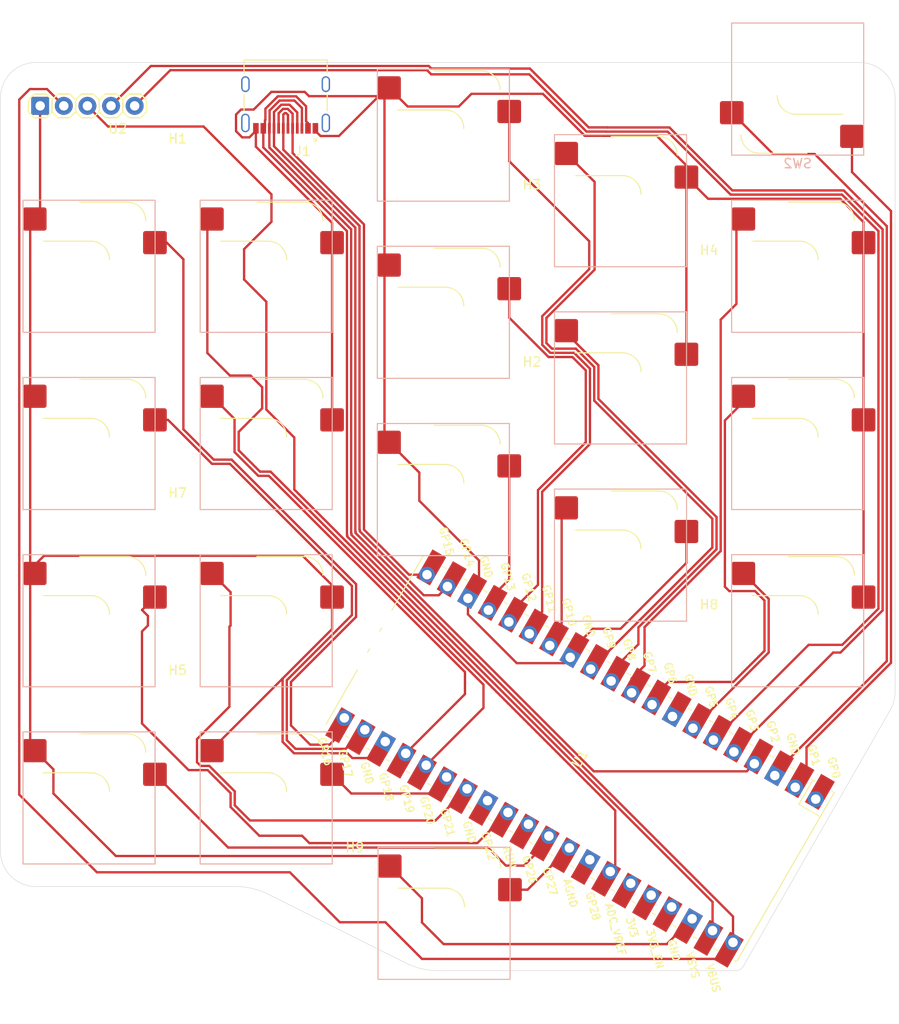
<source format=kicad_pcb>
(kicad_pcb (version 20221018) (generator pcbnew)
  (layers (0 "F.Cu" signal) (31 "B.Cu" signal) (34 "B.Paste" user) (35 "F.Paste" user) (36 "B.SilkS" user "B.Silkscreen") (37 "F.SilkS" user "F.Silkscreen") (38 "B.Mask" user) (39 "F.Mask" user) (44 "Edge.Cuts" user))
  (net 0 "")
  (net 1 "9")
  (net 2 "10")
  (net 3 "11")
  (net 4 "13")
  (net 5 "16")
  (net 6 "17")
  (net 7 "18")
  (net 8 "19")
  (net 9 "20")
  (net 10 "27")
  (net 11 "28")
  (net 12 "21")
  (net 13 "22")
  (net 14 "26")
  (net 15 "GND")
  (net 16 "3v3")
  (net 22 "0")
  (net 23 "1")
  (net 24 "3")
  (net 25 "4")
  (net 26 "6")
  (net 27 "7")
  (net 28 "8")
  (net 29 "2")
  (net 31 "15")
  (net 32 "14")
  (net 33 "12")
  (net 34 "VSYS")
  (net 35 "Net-(J1-SHIELD-PadS1)")
  (net 36 "5")
  (footprint "MCU_RaspberryPi_and_Boards:RPi_Pico_SMD_TH_NO_BACK_HOLES" (layer "F.Cu") (at 164.921947 108.534888 -120)
    (fp_text reference "U1")
    (fp_text value "Pico")
  )
  (footprint "MountingHole:MountingHole_3.2mm_M3" (layer "F.Cu") (at 140.7 122.292944)
    (fp_text reference "H9")
    (fp_text value "MountingHole")
  )
  (footprint "MountingHole:MountingHole_3.2mm_M3" (layer "F.Cu") (at 121.65 84.192944)
    (fp_text reference "H7")
    (fp_text value "MountingHole")
  )
  (footprint "MountingHole:MountingHole_3.2mm_M3" (layer "F.Cu") (at 178.8 58.092944)
    (fp_text reference "H4")
    (fp_text value "MountingHole")
  )
  (footprint "MountingHole:MountingHole_3.2mm_M3" (layer "F.Cu") (at 159.75 70.092944)
    (fp_text reference "H2")
    (fp_text value "MountingHole")
  )
  (footprint "MountingHole:MountingHole_3.2mm_M3" (layer "F.Cu") (at 178.8 96.192944)
    (fp_text reference "H8")
    (fp_text value "MountingHole")
  )
  (footprint "MountingHole:MountingHole_3.2mm_M3" (layer "F.Cu") (at 159.75 51.042944)
    (fp_text reference "H3")
    (fp_text value "MountingHole")
  )
  (footprint "MountingHole:MountingHole_3.2mm_M3" (layer "F.Cu") (at 121.65 46.092944)
    (fp_text reference "H1")
    (fp_text value "MountingHole")
  )
  (footprint "MountingHole:MountingHole_3.2mm_M3" (layer "F.Cu") (at 121.65 103.242944)
    (fp_text reference "H5")
    (fp_text value "MountingHole")
  )
  (footprint "KY-040:KY-040-PORT" (layer "F.Cu") (at 110.68 38.372944 180)
    (fp_text reference "U2")
    (fp_text value "KY-040")
  )
  (footprint "TypeC:HRO_TYPE-C-31-M-12" (layer "F.Cu") (at 133.265 36.04 180)
    (fp_text reference "J1")
    (fp_text value "TYPE-C-31-M-12")
  )
  (footprint "ScottoKeebs_Hotswap:Hotswap_MX_1.00u" (layer "B.Cu") (at 188.325 55.617944 180)
    (fp_text reference "SW3" hide)
    (fp_text value "CherryMX" hide)
  )
  (footprint "ScottoKeebs_Hotswap:Hotswap_MX_1.00u" (layer "B.Cu") (at 188.325 74.667944 180)
    (fp_text reference "SW4" hide)
    (fp_text value "CherryMX" hide)
  )
  (footprint "ScottoKeebs_Hotswap:Hotswap_MX_1.00u" (layer "B.Cu") (at 188.325 93.717944 180)
    (fp_text reference "SW5" hide)
    (fp_text value "CherryMX" hide)
  )
  (footprint "ScottoKeebs_Hotswap:Hotswap_MX_1.00u" (layer "B.Cu") (at 169.275 48.567944 180)
    (fp_text reference "SW6" hide)
    (fp_text value "CherryMX" hide)
  )
  (footprint "ScottoKeebs_Hotswap:Hotswap_MX_1.00u" (layer "B.Cu") (at 169.275 67.617944 180)
    (fp_text reference "SW7" hide)
    (fp_text value "CherryMX" hide)
  )
  (footprint "ScottoKeebs_Hotswap:Hotswap_MX_1.00u" (layer "B.Cu") (at 169.275 86.667944 180)
    (fp_text reference "SW8" hide)
    (fp_text value "CherryMX" hide)
  )
  (footprint "ScottoKeebs_Hotswap:Hotswap_MX_1.00u" (layer "B.Cu") (at 150.225 41.517944 180)
    (fp_text reference "SW9" hide)
    (fp_text value "CherryMX" hide)
  )
  (footprint "ScottoKeebs_Hotswap:Hotswap_MX_1.00u" (layer "B.Cu") (at 150.225 60.567944 180)
    (fp_text reference "SW10" hide)
    (fp_text value "CherryMX" hide)
  )
  (footprint "ScottoKeebs_Hotswap:Hotswap_MX_1.00u" (layer "B.Cu") (at 150.225 79.617944 180)
    (fp_text reference "SW11" hide)
    (fp_text value "CherryMX" hide)
  )
  (footprint "ScottoKeebs_Hotswap:Hotswap_MX_1.00u" (layer "B.Cu") (at 131.175 55.617944 180)
    (fp_text reference "SW13" hide)
    (fp_text value "CherryMX" hide)
  )
  (footprint "ScottoKeebs_Hotswap:Hotswap_MX_1.00u" (layer "B.Cu") (at 131.175 74.667944 180)
    (fp_text reference "SW14" hide)
    (fp_text value "CherryMX" hide)
  )
  (footprint "ScottoKeebs_Hotswap:Hotswap_MX_1.00u" (layer "B.Cu") (at 131.175 93.717944 180)
    (fp_text reference "SW15" hide)
    (fp_text value "CherryMX" hide)
  )
  (footprint "ScottoKeebs_Hotswap:Hotswap_MX_1.00u" (layer "B.Cu") (at 131.175 112.767944 180)
    (fp_text reference "SW16" hide)
    (fp_text value "CherryMX" hide)
  )
  (footprint "ScottoKeebs_Hotswap:Hotswap_MX_1.00u" (layer "B.Cu") (at 112.125 55.617944 180)
    (fp_text reference "SW17" hide)
    (fp_text value "CherryMX" hide)
  )
  (footprint "ScottoKeebs_Hotswap:Hotswap_MX_1.00u" (layer "B.Cu") (at 112.125 74.667944 180)
    (fp_text reference "SW18" hide)
    (fp_text value "CherryMX" hide)
  )
  (footprint "ScottoKeebs_Hotswap:Hotswap_MX_1.00u" (layer "B.Cu") (at 112.125 93.717944 180)
    (fp_text reference "SW19" hide)
    (fp_text value "CherryMX" hide)
  )
  (footprint "ScottoKeebs_Hotswap:Hotswap_MX_1.00u" (layer "B.Cu") (at 112.125 112.767944 180)
    (fp_text reference "SW20" hide)
    (fp_text value "CherryMX" hide)
  )
  (footprint "ScottoKeebs_Hotswap:Hotswap_MX_1.00u" (layer "B.Cu") (at 188.325 36.567944)
    (fp_text reference "SW2")
    (fp_text value "CherryMX")
  )
  (footprint "ScottoKeebs_Hotswap:Hotswap_MX_1.00u" (layer "B.Cu") (at 150.3 125.172944 180)
    (fp_text reference "SW1" hide)
    (fp_text value "CherryMX" hide)
  )
  (gr_arc (start 127.84125 122.292944) (mid 129.804879 122.534678) (end 131.65125 123.245444) (stroke (width 0.05)) (layer "Edge.Cuts"))
  (gr_line (start 102.6 37.520444) (end 102.6 118.482944) (stroke (width 0.05)) (layer "Edge.Cuts"))
  (gr_line (start 198.8025 101.337944) (end 198.8025 37.520444) (stroke (width 0.05)) (layer "Edge.Cuts"))
  (gr_line (start 131.65125 123.245444) (end 145.93875 130.389194) (stroke (width 0.05)) (layer "Edge.Cuts"))
  (gr_arc (start 102.6 37.520444) (mid 103.715923 34.826367) (end 106.41 33.710444) (stroke (width 0.05)) (layer "Edge.Cuts"))
  (gr_arc (start 182.509442 130.815165) (mid 182.158259 131.199439) (end 181.6575 131.341694) (stroke (width 0.05)) (layer "Edge.Cuts"))
  (gr_arc (start 149.74875 131.341694) (mid 147.785121 131.09996) (end 145.93875 130.389194) (stroke (width 0.05)) (layer "Edge.Cuts"))
  (gr_line (start 194.9925 33.710444) (end 106.41 33.710444) (stroke (width 0.05)) (layer "Edge.Cuts"))
  (gr_arc (start 198.8025 101.337944) (mid 198.681633 102.319759) (end 198.32625 103.242944) (stroke (width 0.05)) (layer "Edge.Cuts"))
  (gr_line (start 182.509442 130.815165) (end 198.32625 103.242944) (stroke (width 0.05)) (layer "Edge.Cuts"))
  (gr_arc (start 194.9925 33.710444) (mid 197.686577 34.826367) (end 198.8025 37.520444) (stroke (width 0.05)) (layer "Edge.Cuts"))
  (gr_line (start 181.6575 131.341694) (end 149.74875 131.341694) (stroke (width 0.05)) (layer "Edge.Cuts"))
  (gr_arc (start 106.41 122.292944) (mid 103.715923 121.177021) (end 102.6 118.482944) (stroke (width 0.05)) (layer "Edge.Cuts"))
  (gr_line (start 127.84125 122.292944) (end 106.41 122.292944) (stroke (width 0.05)) (layer "Edge.Cuts"))
  (segment (start 179.15 82.75934) (end 179.15 85.848312) (width 0.25) (layer "F.Cu") (net 1))
  (segment (start 166.49 46.544944) (end 166.49 55.982944) (width 0.25) (layer "F.Cu") (net 1))
  (segment (start 166.45 66.44934) (end 166.45 70.05934) (width 0.25) (layer "F.Cu") (net 1))
  (segment (start 161.31 61.162944) (end 161.31 63.872944) (width 0.25) (layer "F.Cu") (net 1))
  (segment (start 164.473604 64.472944) (end 166.45 66.44934) (width 0.25) (layer "F.Cu") (net 1))
  (segment (start 161.31 63.872944) (end 161.91 64.472944) (width 0.25) (layer "F.Cu") (net 1))
  (segment (start 179.15 85.848312) (end 166.06739 98.930922) (width 0.25) (layer "F.Cu") (net 1))
  (segment (start 163.433 43.487944) (end 166.49 46.544944) (width 0.25) (layer "F.Cu") (net 1))
  (segment (start 166.45 70.05934) (end 179.15 82.75934) (width 0.25) (layer "F.Cu") (net 1))
  (segment (start 166.49 55.982944) (end 161.31 61.162944) (width 0.25) (layer "F.Cu") (net 1))
  (segment (start 161.91 64.472944) (end 164.473604 64.472944) (width 0.25) (layer "F.Cu") (net 1))
  (segment (start 162.945 95.113903) (end 161.667981 96.390922) (width 0.25) (layer "F.Cu") (net 2))
  (segment (start 163.433 81.587944) (end 162.945 82.075944) (width 0.25) (layer "F.Cu") (net 2))
  (segment (start 162.945 82.075944) (end 162.945 95.113903) (width 0.25) (layer "F.Cu") (net 2))
  (segment (start 157.31 44.322944) (end 165.91 52.922944) (width 0.25) (layer "F.Cu") (net 3))
  (segment (start 165.91 52.922944) (end 165.91 55.926548) (width 0.25) (layer "F.Cu") (net 3))
  (segment (start 165.91 55.926548) (end 160.86 60.976548) (width 0.25) (layer "F.Cu") (net 3))
  (segment (start 159.468277 94.134667) (end 159.468277 95.120922) (width 0.25) (layer "F.Cu") (net 3))
  (segment (start 165.99 66.625736) (end 165.99 74.722944) (width 0.25) (layer "F.Cu") (net 3))
  (segment (start 161.723604 64.922944) (end 164.287208 64.922944) (width 0.25) (layer "F.Cu") (net 3))
  (segment (start 160.85 79.862944) (end 160.85 92.752944) (width 0.25) (layer "F.Cu") (net 3))
  (segment (start 164.287208 64.922944) (end 165.99 66.625736) (width 0.25) (layer "F.Cu") (net 3))
  (segment (start 165.99 74.722944) (end 160.85 79.862944) (width 0.25) (layer "F.Cu") (net 3))
  (segment (start 160.85 92.752944) (end 159.468277 94.134667) (width 0.25) (layer "F.Cu") (net 3))
  (segment (start 160.86 64.05934) (end 161.723604 64.922944) (width 0.25) (layer "F.Cu") (net 3))
  (segment (start 157.31 38.977944) (end 157.31 44.322944) (width 0.25) (layer "F.Cu") (net 3))
  (segment (start 160.86 60.976548) (end 160.86 64.05934) (width 0.25) (layer "F.Cu") (net 3))
  (segment (start 157.31 77.077944) (end 157.31 89.272944) (width 0.25) (layer "F.Cu") (net 4))
  (segment (start 157.31 89.272944) (end 155.068868 91.514076) (width 0.25) (layer "F.Cu") (net 4))
  (segment (start 155.068868 91.514076) (end 155.068868 92.580922) (width 0.25) (layer "F.Cu") (net 4))
  (segment (start 140.84 89.786548) (end 140.84 93.305736) (width 0.25) (layer "F.Cu") (net 5))
  (segment (start 139.579754 105.45319) (end 139.579754 104.168854) (width 0.25) (layer "F.Cu") (net 5))
  (segment (start 122.27 54.862944) (end 122.27 73.142944) (width 0.25) (layer "F.Cu") (net 5))
  (segment (start 120.485 53.077944) (end 122.27 54.862944) (width 0.25) (layer "F.Cu") (net 5))
  (segment (start 137.99 107.042944) (end 139.579754 105.45319) (width 0.25) (layer "F.Cu") (net 5))
  (segment (start 119.21 53.077944) (end 120.485 53.077944) (width 0.25) (layer "F.Cu") (net 5))
  (segment (start 122.27 73.142944) (end 125.53 76.402944) (width 0.25) (layer "F.Cu") (net 5))
  (segment (start 133.84 104.975836) (end 135.907108 107.042944) (width 0.25) (layer "F.Cu") (net 5))
  (segment (start 127.456396 76.402944) (end 140.84 89.786548) (width 0.25) (layer "F.Cu") (net 5))
  (segment (start 125.53 76.402944) (end 127.456396 76.402944) (width 0.25) (layer "F.Cu") (net 5))
  (segment (start 140.84 93.305736) (end 133.84 100.305736) (width 0.25) (layer "F.Cu") (net 5))
  (segment (start 135.907108 107.042944) (end 137.99 107.042944) (width 0.25) (layer "F.Cu") (net 5))
  (segment (start 133.84 100.305736) (end 133.84 104.975836) (width 0.25) (layer "F.Cu") (net 5))
  (segment (start 140.39 93.112944) (end 138.71 94.792944) (width 0.25) (layer "F.Cu") (net 6))
  (segment (start 133.39 100.11934) (end 133.39 106.553604) (width 0.25) (layer "F.Cu") (net 6))
  (segment (start 140.39 89.972944) (end 140.39 93.112944) (width 0.25) (layer "F.Cu") (net 6))
  (segment (start 127.27 76.852944) (end 140.39 89.972944) (width 0.25) (layer "F.Cu") (net 6))
  (segment (start 120.618604 72.127944) (end 125.343604 76.852944) (width 0.25) (layer "F.Cu") (net 6))
  (segment (start 139.725369 107.492944) (end 141.779459 105.438854) (width 0.25) (layer "F.Cu") (net 6))
  (segment (start 133.39 106.553604) (end 134.32934 107.492944) (width 0.25) (layer "F.Cu") (net 6))
  (segment (start 125.343604 76.852944) (end 127.27 76.852944) (width 0.25) (layer "F.Cu") (net 6))
  (segment (start 138.71 94.79934) (end 133.39 100.11934) (width 0.25) (layer "F.Cu") (net 6))
  (segment (start 119.21 72.127944) (end 120.618604 72.127944) (width 0.25) (layer "F.Cu") (net 6))
  (segment (start 134.32934 107.492944) (end 139.725369 107.492944) (width 0.25) (layer "F.Cu") (net 6))
  (segment (start 138.71 94.792944) (end 138.71 94.79934) (width 0.25) (layer "F.Cu") (net 6))
  (segment (start 127.77 72.024944) (end 125.333 69.587944) (width 0.25) (layer "F.Cu") (net 7))
  (segment (start 146.178868 107.978854) (end 152.55 101.607722) (width 0.25) (layer "F.Cu") (net 7))
  (segment (start 130.323604 78.142944) (end 127.77 75.58934) (width 0.25) (layer "F.Cu") (net 7))
  (segment (start 152.55 99.237803) (end 131.455141 78.142944) (width 0.25) (layer "F.Cu") (net 7))
  (segment (start 127.77 75.58934) (end 127.77 72.024944) (width 0.25) (layer "F.Cu") (net 7))
  (segment (start 131.455141 78.142944) (end 130.323604 78.142944) (width 0.25) (layer "F.Cu") (net 7))
  (segment (start 152.55 101.607722) (end 152.55 99.237803) (width 0.25) (layer "F.Cu") (net 7))
  (segment (start 130.74 68.612944) (end 130.74 70.89) (width 0.25) (layer "F.Cu") (net 8))
  (segment (start 124.845 51.025944) (end 124.845 64.937944) (width 0.25) (layer "F.Cu") (net 8))
  (segment (start 131.641537 77.692944) (end 154.54 100.591407) (width 0.25) (layer "F.Cu") (net 8))
  (segment (start 125.333 50.537944) (end 124.845 51.025944) (width 0.25) (layer "F.Cu") (net 8))
  (segment (start 124.845 64.937944) (end 127.27 67.362944) (width 0.25) (layer "F.Cu") (net 8))
  (segment (start 129.49 67.362944) (end 130.74 68.612944) (width 0.25) (layer "F.Cu") (net 8))
  (segment (start 128.22 75.402944) (end 130.51 77.692944) (width 0.25) (layer "F.Cu") (net 8))
  (segment (start 154.54 100.591407) (end 154.54 103.087426) (width 0.25) (layer "F.Cu") (net 8))
  (segment (start 154.54 103.087426) (end 148.378572 109.248854) (width 0.25) (layer "F.Cu") (net 8))
  (segment (start 130.74 70.89) (end 128.22 73.41) (width 0.25) (layer "F.Cu") (net 8))
  (segment (start 127.27 67.362944) (end 129.49 67.362944) (width 0.25) (layer "F.Cu") (net 8))
  (segment (start 130.51 77.692944) (end 131.641537 77.692944) (width 0.25) (layer "F.Cu") (net 8))
  (segment (start 128.22 73.41) (end 128.22 75.402944) (width 0.25) (layer "F.Cu") (net 8))
  (segment (start 148.80331 112.293821) (end 150.578277 110.518854) (width 0.25) (layer "F.Cu") (net 9))
  (segment (start 138.26 110.227944) (end 140.325877 112.293821) (width 0.25) (layer "F.Cu") (net 9))
  (segment (start 140.325877 112.293821) (end 148.80331 112.293821) (width 0.25) (layer "F.Cu") (net 9))
  (segment (start 159.282414 122.632944) (end 163.776504 118.138854) (width 0.25) (layer "F.Cu") (net 10))
  (segment (start 157.385 122.632944) (end 159.282414 122.632944) (width 0.25) (layer "F.Cu") (net 10))
  (segment (start 134.197994 74.027944) (end 131.19 71.01995) (width 0.25) (layer "F.Cu") (net 11))
  (segment (start 134.197994 79.613005) (end 134.197994 74.027944) (width 0.25) (layer "F.Cu") (net 11))
  (segment (start 114.17 40.592944) (end 111.95 38.372944) (width 0.25) (layer "F.Cu") (net 11))
  (segment (start 168.175913 120.678854) (end 168.71 120.144767) (width 0.25) (layer "F.Cu") (net 11))
  (segment (start 168.71 114.125011) (end 134.197994 79.613005) (width 0.25) (layer "F.Cu") (net 11))
  (segment (start 131.74 50.832944) (end 131.74 47.892944) (width 0.25) (layer "F.Cu") (net 11))
  (segment (start 131.74 47.892944) (end 124.44 40.592944) (width 0.25) (layer "F.Cu") (net 11))
  (segment (start 131.19 71.01995) (end 131.19 59.432944) (width 0.25) (layer "F.Cu") (net 11))
  (segment (start 128.8 57.042944) (end 128.8 53.772944) (width 0.25) (layer "F.Cu") (net 11))
  (segment (start 124.44 40.592944) (end 114.17 40.592944) (width 0.25) (layer "F.Cu") (net 11))
  (segment (start 168.71 120.144767) (end 168.71 114.125011) (width 0.25) (layer "F.Cu") (net 11))
  (segment (start 131.19 59.432944) (end 128.8 57.042944) (width 0.25) (layer "F.Cu") (net 11))
  (segment (start 128.8 53.772944) (end 131.74 50.832944) (width 0.25) (layer "F.Cu") (net 11))
  (segment (start 127.22 94.360711) (end 127.22 102.955844) (width 0.25) (layer "F.Cu") (net 12))
  (segment (start 125.333 88.637944) (end 127.345 90.649944) (width 0.25) (layer "F.Cu") (net 12))
  (segment (start 127.345 90.649944) (end 127.345 94.235711) (width 0.25) (layer "F.Cu") (net 12))
  (segment (start 123.733 108.933044) (end 124.1279 109.327944) (width 0.25) (layer "F.Cu") (net 12))
  (segment (start 125.059163 109.327944) (end 127.795 112.063781) (width 0.25) (layer "F.Cu") (net 12))
  (segment (start 149.373891 115.192944) (end 152.777981 111.788854) (width 0.25) (layer "F.Cu") (net 12))
  (segment (start 123.733 106.442844) (end 123.733 108.933044) (width 0.25) (layer "F.Cu") (net 12))
  (segment (start 127.795 112.063781) (end 127.795 113.555152) (width 0.25) (layer "F.Cu") (net 12))
  (segment (start 127.795 113.555152) (end 129.432792 115.192944) (width 0.25) (layer "F.Cu") (net 12))
  (segment (start 127.345 94.235711) (end 127.22 94.360711) (width 0.25) (layer "F.Cu") (net 12))
  (segment (start 129.432792 115.192944) (end 149.373891 115.192944) (width 0.25) (layer "F.Cu") (net 12))
  (segment (start 124.1279 109.327944) (end 125.059163 109.327944) (width 0.25) (layer "F.Cu") (net 12))
  (segment (start 127.22 102.955844) (end 123.733 106.442844) (width 0.25) (layer "F.Cu") (net 12))
  (segment (start 122.831396 109.777944) (end 117.82 104.766548) (width 0.25) (layer "F.Cu") (net 13))
  (segment (start 118.455 94.235711) (end 118.455 93.200177) (width 0.25) (layer "F.Cu") (net 13))
  (segment (start 117.821384 92.56656) (end 119.21 91.177944) (width 0.25) (layer "F.Cu") (net 13))
  (segment (start 130.436396 116.832944) (end 127.345 113.741548) (width 0.25) (layer "F.Cu") (net 13))
  (segment (start 153.8833 117.622944) (end 135.816396 117.622944) (width 0.25) (layer "F.Cu") (net 13))
  (segment (start 135.816396 117.622944) (end 135.026396 116.832944) (width 0.25) (layer "F.Cu") (net 13))
  (segment (start 127.345 112.250177) (end 124.872767 109.777944) (width 0.25) (layer "F.Cu") (net 13))
  (segment (start 118.455 93.200177) (end 117.821384 92.56656) (width 0.25) (layer "F.Cu") (net 13))
  (segment (start 124.872767 109.777944) (end 122.831396 109.777944) (width 0.25) (layer "F.Cu") (net 13))
  (segment (start 135.026396 116.832944) (end 130.436396 116.832944) (width 0.25) (layer "F.Cu") (net 13))
  (segment (start 117.82 104.766548) (end 117.82 94.870711) (width 0.25) (layer "F.Cu") (net 13))
  (segment (start 127.345 113.741548) (end 127.345 112.250177) (width 0.25) (layer "F.Cu") (net 13))
  (segment (start 157.17739 114.328854) (end 153.8833 117.622944) (width 0.25) (layer "F.Cu") (net 13))
  (segment (start 117.82 94.870711) (end 118.455 94.235711) (width 0.25) (layer "F.Cu") (net 13))
  (segment (start 161.576799 117.366145) (end 161.576799 116.868854) (width 0.25) (layer "F.Cu") (net 14))
  (segment (start 119.21 110.227944) (end 127.085 118.102944) (width 0.25) (layer "F.Cu") (net 14))
  (segment (start 158.9 120.042944) (end 161.576799 117.366145) (width 0.25) (layer "F.Cu") (net 14))
  (segment (start 155.01 118.102944) (end 156.95 120.042944) (width 0.25) (layer "F.Cu") (net 14))
  (segment (start 156.95 120.042944) (end 158.9 120.042944) (width 0.25) (layer "F.Cu") (net 14))
  (segment (start 127.085 118.102944) (end 155.01 118.102944) (width 0.25) (layer "F.Cu") (net 14))
  (segment (start 144.383 55.487944) (end 143.895 55.975944) (width 0.25) (layer "F.Cu") (net 15))
  (segment (start 151.882994 38.442944) (end 146.388 38.442944) (width 0.25) (layer "F.Cu") (net 15))
  (segment (start 107.285 86.737944) (end 106.283 87.739944) (width 0.25) (layer "F.Cu") (net 15))
  (segment (start 144.383 74.537944) (end 147.64 77.794944) (width 0.25) (layer "F.Cu") (net 15))
  (segment (start 178.695 48.362944) (end 176.36 46.027944) (width 0.25) (layer "F.Cu") (net 15))
  (segment (start 150.251243 128.482944) (end 174.250641 128.482944) (width 0.25) (layer "F.Cu") (net 15))
  (segment (start 143.895 36.925944) (end 144.383 36.437944) (width 0.25) (layer "F.Cu") (net 15))
  (segment (start 173.175 41.592944) (end 167.527006 41.592944) (width 0.25) (layer "F.Cu") (net 15))
  (segment (start 147.925 126.156701) (end 150.251243 128.482944) (width 0.25) (layer "F.Cu") (net 15))
  (segment (start 139 41.61) (end 144.172056 36.437944) (width 0.25) (layer "F.Cu") (net 15))
  (segment (start 195.41 53.077944) (end 195.41 50.872944) (width 0.25) (layer "F.Cu") (net 15))
  (segment (start 140.433717 108.483821) (end 142.204196 108.483821) (width 0.25) (layer "F.Cu") (net 15))
  (segment (start 130.065 40.79) (end 130.065 41.06) (width 0.25) (layer "F.Cu") (net 15))
  (segment (start 127.93 39.31) (end 128.47 38.77) (width 0.25) (layer "F.Cu") (net 15))
  (segment (start 167.527006 41.592944) (end 167.522006 41.587944) (width 0.25) (layer "F.Cu") (net 15))
  (segment (start 106.86 49.960944) (end 106.283 50.537944) (width 0.25) (layer "F.Cu") (net 15))
  (segment (start 138.26 53.077944) (end 138.26 72.127944) (width 0.25) (layer "F.Cu") (net 15))
  (segment (start 197.91 98.060792) (end 185.864731 110.106061) (width 0.25) (layer "F.Cu") (net 15))
  (segment (start 136.465 40.79) (end 136.465 41.06) (width 0.25) (layer "F.Cu") (net 15))
  (segment (start 106.283 107.687944) (end 105.795 107.199944) (width 0.25) (layer "F.Cu") (net 15))
  (segment (start 138.26 89.902944) (end 135.095 86.737944) (width 0.25) (layer "F.Cu") (net 15))
  (segment (start 185.864731 110.106061) (end 185.864731 110.360922) (width 0.25) (layer "F.Cu") (net 15))
  (segment (start 158.120221 98.283165) (end 163.245443 98.283165) (width 0.25) (layer "F.Cu") (net 15))
  (segment (start 135.782944 37.332944) (end 143.488 37.332944) (width 0.25) (layer "F.Cu") (net 15))
  (segment (start 139.92284 107.972944) (end 140.433717 108.483821) (width 0.25) (layer "F.Cu") (net 15))
  (segment (start 138.26 94.612944) (end 132.94 99.932944) (width 0.25) (layer "F.Cu") (net 15))
  (segment (start 147.925 123.559944) (end 147.925 126.156701) (width 0.25) (layer "F.Cu") (net 15))
  (segment (start 176.36 87.502944) (end 169.28 94.582944) (width 0.25) (layer "F.Cu") (net 15))
  (segment (start 143.488 37.332944) (end 144.383 36.437944) (width 0.25) (layer "F.Cu") (net 15))
  (segment (start 135.32 36.87) (end 135.782944 37.332944) (width 0.25) (layer "F.Cu") (net 15))
  (segment (start 105.795 70.075944) (end 105.795 88.149944) (width 0.25) (layer "F.Cu") (net 15))
  (segment (start 134.172944 107.972944) (end 139.92284 107.972944) (width 0.25) (layer "F.Cu") (net 15))
  (segment (start 176.36 44.777944) (end 173.175 41.592944) (width 0.25) (layer "F.Cu") (net 15))
  (segment (start 106.283 69.587944) (end 105.795 70.075944) (width 0.25) (layer "F.Cu") (net 15))
  (segment (start 195.41 91.177944) (end 195.41 72.127944) (width 0.25) (layer "F.Cu") (net 15))
  (segment (start 147.64 80.822944) (end 154.06 87.242944) (width 0.25) (layer "F.Cu") (net 15))
  (segment (start 115.011243 119.012944) (end 108.295 112.296701) (width 0.25) (layer "F.Cu") (net 15))
  (segment (start 160.922208 37.077944) (end 153.247994 37.077944) (width 0.25) (layer "F.Cu") (net 15))
  (segment (start 165.942994 41.592944) (end 165.487208 41.592944) (width 0.25) (layer "F.Cu") (net 15))
  (segment (start 105.795 89.125944) (end 106.283 88.637944) (width 0.25) (layer "F.Cu") (net 15))
  (segment (start 129.365 41.76) (end 128.597056 41.76) (width 0.25) (layer "F.Cu") (net 15))
  (segment (start 176.36 46.027944) (end 176.36 65.077944) (width 0.25) (layer "F.Cu") (net 15))
  (segment (start 143.378 119.012944) (end 115.011243 119.012944) (width 0.25) (layer "F.Cu") (net 15))
  (segment (start 128.597056 41.76) (end 127.93 41.092944) (width 0.25) (layer "F.Cu") (net 15))
  (segment (start 144.458 120.092944) (end 143.378 119.012944) (width 0.25) (layer "F.Cu") (net 15))
  (segment (start 197.91 51.30411) (end 197.91 98.060792) (width 0.25) (layer "F.Cu") (net 15))
  (segment (start 192.9 48.362944) (end 178.695 48.362944) (width 0.25) (layer "F.Cu") (net 15))
  (segment (start 132.94 99.932944) (end 132.94 106.74) (width 0.25) (layer "F.Cu") (net 15))
  (segment (start 142.204196 108.483821) (end 143.979163 106.708854) (width 0.25) (layer "F.Cu") (net 15))
  (segment (start 181.24 39.107944) (end 185.68 43.547944) (width 0.25) (layer "F.Cu") (net 15))
  (segment (start 105.795 51.025944) (end 105.795 69.099944) (width 0.25) (layer "F.Cu") (net 15))
  (segment (start 176.36 46.027944) (end 176.36 44.777944) (width 0.25) (layer "F.Cu") (net 15))
  (segment (start 165.947994 41.587944) (end 165.942994 41.592944) (width 0.25) (layer "F.Cu") (net 15))
  (segment (start 130.065 42.757944) (end 130.065 40.79) (width 0.25) (layer "F.Cu") (net 15))
  (segment (start 106.283 87.739944) (end 106.283 88.637944) (width 0.25) (layer "F.Cu") (net 15))
  (segment (start 131.73 36.87) (end 135.32 36.87) (width 0.25) (layer "F.Cu") (net 15))
  (segment (start 144.383 55.487944) (end 143.895 54.999944) (width 0.25) (layer "F.Cu") (net 15))
  (segment (start 152.869163 93.032107) (end 158.120221 98.283165) (width 0.25) (layer "F.Cu") (net 15))
  (segment (start 136.465 41.06) (end 137.015 41.61) (width 0.25) (layer "F.Cu") (net 15))
  (segment (start 105.795 107.199944) (end 105.795 89.125944) (width 0.25) (layer "F.Cu") (net 15))
  (segment (start 105.795 69.099944) (end 106.283 69.587944) (width 0.25) (layer "F.Cu") (net 15))
  (segment (start 190.153834 43.547944) (end 197.91 51.30411) (width 0.25) (layer "F.Cu") (net 15))
  (segment (start 125.333 107.687944) (end 125.333 107.539944) (width 0.25) (layer "F.Cu") (net 15))
  (segment (start 154.06 90.120085) (end 152.869163 91.310922) (width 0.25) (layer "F.Cu") (net 15))
  (segment (start 167.522006 41.587944) (end 165.947994 41.587944) (width 0.25) (layer "F.Cu") (net 15))
  (segment (start 185.68 43.547944) (end 190.153834 43.547944) (width 0.25) (layer "F.Cu") (net 15))
  (segment (start 153.247994 37.077944) (end 151.882994 38.442944) (width 0.25) (layer "F.Cu") (net 15))
  (segment (start 143.895 55.975944) (end 143.895 74.049944) (width 0.25) (layer "F.Cu") (net 15))
  (segment (start 144.172056 36.437944) (end 144.383 36.437944) (width 0.25) (layer "F.Cu") (net 15))
  (segment (start 169.28 94.582944) (end 166.3 94.582944) (width 0.25) (layer "F.Cu") (net 15))
  (segment (start 125.333 107.539944) (end 132.94 99.932944) (width 0.25) (layer "F.Cu") (net 15))
  (segment (start 127.93 41.092944) (end 127.93 39.31) (width 0.25) (layer "F.Cu") (net 15))
  (segment (start 176.36 84.127944) (end 176.36 87.502944) (width 0.25) (layer "F.Cu") (net 15))
  (segment (start 147.64 77.794944) (end 147.64 80.822944) (width 0.25) (layer "F.Cu") (net 15))
  (segment (start 108.295 112.296701) (end 108.295 109.699944) (width 0.25) (layer "F.Cu") (net 15))
  (segment (start 143.895 74.049944) (end 144.383 74.537944) (width 0.25) (layer "F.Cu") (net 15))
  (segment (start 128.47 38.77) (end 129.83 38.77) (width 0.25) (layer "F.Cu") (net 15))
  (segment (start 166.3 94.582944) (end 163.867686 97.015258) (width 0.25) (layer "F.Cu") (net 15))
  (segment (start 165.432208 41.587944) (end 160.922208 37.077944) (width 0.25) (layer "F.Cu") (net 15))
  (segment (start 106.283 50.537944) (end 105.795 51.025944) (width 0.25) (layer "F.Cu") (net 15))
  (segment (start 146.388 38.442944) (end 144.383 36.437944) (width 0.25) (layer "F.Cu") (net 15))
  (segment (start 138.26 91.177944) (end 138.26 89.902944) (width 0.25) (layer "F.Cu") (net 15))
  (segment (start 174.250641 128.482944) (end 176.974731 125.758854) (width 0.25) (layer "F.Cu") (net 15))
  (segment (start 137.015 41.61) (end 139 41.61) (width 0.25) (layer "F.Cu") (net 15))
  (segment (start 138.26 53.077944) (end 138.26 50.952944) (width 0.25) (layer "F.Cu") (net 15))
  (segment (start 132.94 106.74) (end 134.172944 107.972944) (width 0.25) (layer "F.Cu") (net 15))
  (segment (start 152.869163 91.310922) (end 152.869163 93.032107) (width 0.25) (layer "F.Cu") (net 15))
  (segment (start 165.482208 41.587944) (end 165.432208 41.587944) (width 0.25) (layer "F.Cu") (net 15))
  (segment (start 138.26 91.177944) (end 138.26 94.612944) (width 0.25) (layer "F.Cu") (net 15))
  (segment (start 106.87 38.372944) (end 106.86 38.382944) (width 0.25) (layer "F.Cu") (net 15))
  (segment (start 165.487208 41.592944) (end 165.482208 41.587944) (width 0.25) (layer "F.Cu") (net 15))
  (segment (start 163.245443 98.283165) (end 163.867686 97.660922) (width 0.25) (layer "F.Cu") (net 15))
  (segment (start 154.06 87.242944) (end 154.06 90.120085) (width 0.25) (layer "F.Cu") (net 15))
  (segment (start 195.41 50.872944) (end 192.9 48.362944) (width 0.25) (layer "F.Cu") (net 15))
  (segment (start 108.295 109.699944) (end 106.283 107.687944) (width 0.25) (layer "F.Cu") (net 15))
  (segment (start 163.867686 97.015258) (end 163.867686 97.660922) (width 0.25) (layer "F.Cu") (net 15))
  (segment (start 143.895 54.999944) (end 143.895 36.925944) (width 0.25) (layer "F.Cu") (net 15))
  (segment (start 144.458 120.092944) (end 147.925 123.559944) (width 0.25) (layer "F.Cu") (net 15))
  (segment (start 130.065 41.06) (end 129.365 41.76) (width 0.25) (layer "F.Cu") (net 15))
  (segment (start 105.795 88.149944) (end 106.283 88.637944) (width 0.25) (layer "F.Cu") (net 15))
  (segment (start 129.83 38.77) (end 131.73 36.87) (width 0.25) (layer "F.Cu") (net 15))
  (segment (start 195.41 72.127944) (end 195.41 53.077944) (width 0.25) (layer "F.Cu") (net 15))
  (segment (start 106.86 38.382944) (end 106.86 49.960944) (width 0.25) (layer "F.Cu") (net 15))
  (segment (start 138.26 50.952944) (end 130.065 42.757944) (width 0.25) (layer "F.Cu") (net 15))
  (segment (start 135.095 86.737944) (end 107.285 86.737944) (width 0.25) (layer "F.Cu") (net 15))
  (segment (start 140.31 51.646448) (end 131.515 42.851448) (width 0.25) (layer "F.Cu") (net 16))
  (segment (start 140.34 84.482219) (end 140.34 84.32736) (width 0.25) (layer "F.Cu") (net 16))
  (segment (start 105.755 36.567944) (end 104.62 37.702944) (width 0.25) (layer "F.Cu") (net 16))
  (segment (start 131.515 42.851448) (end 131.515 40.79) (width 0.25) (layer "F.Cu") (net 16))
  (segment (start 140.34 84.32736) (end 140.31 84.29736) (width 0.25) (layer "F.Cu") (net 16))
  (segment (start 135.015 38.605812) (end 135.015 40.79) (width 0.25) (layer "F.Cu") (net 16))
  (segment (start 133.72 120.762944) (end 139.09 126.132944) (width 0.25) (layer "F.Cu") (net 16))
  (segment (start 109.41 38.372944) (end 107.605 36.567944) (width 0.25) (layer "F.Cu") (net 16))
  (segment (start 131.54 38.870812) (end 132.610812 37.8) (width 0.25) (layer "F.Cu") (net 16))
  (segment (start 104.62 112.412944) (end 112.97 120.762944) (width 0.25) (layer "F.Cu") (net 16))
  (segment (start 131.515 40.79) (end 131.54 40.765) (width 0.25) (layer "F.Cu") (net 16))
  (segment (start 112.97 120.762944) (end 133.72 120.762944) (width 0.25) (layer "F.Cu") (net 16))
  (segment (start 139.09 126.132944) (end 143.99 126.132944) (width 0.25) (layer "F.Cu") (net 16))
  (segment (start 140.31 84.29736) (end 140.31 51.646448) (width 0.25) (layer "F.Cu") (net 16))
  (segment (start 143.99 126.132944) (end 147.930877 130.073821) (width 0.25) (layer "F.Cu") (net 16))
  (segment (start 181.37414 125.516359) (end 140.34 84.482219) (width 0.25) (layer "F.Cu") (net 16))
  (segment (start 181.37414 128.298854) (end 181.37414 125.516359) (width 0.25) (layer "F.Cu") (net 16))
  (segment (start 104.62 37.702944) (end 104.62 112.412944) (width 0.25) (layer "F.Cu") (net 16))
  (segment (start 132.610812 37.8) (end 134.209188 37.8) (width 0.25) (layer "F.Cu") (net 16))
  (segment (start 134.209188 37.8) (end 135.015 38.605812) (width 0.25) (layer "F.Cu") (net 16))
  (segment (start 107.605 36.567944) (end 105.755 36.567944) (width 0.25) (layer "F.Cu") (net 16))
  (segment (start 131.54 40.765) (end 131.54 38.870812) (width 0.25) (layer "F.Cu") (net 16))
  (segment (start 147.930877 130.073821) (end 179.599173 130.073821) (width 0.25) (layer "F.Cu") (net 16))
  (segment (start 179.599173 130.073821) (end 181.37414 128.298854) (width 0.25) (layer "F.Cu") (net 16))
  (segment (start 198.36 49.677944) (end 194.167 45.484944) (width 0.25) (layer "F.Cu") (net 23))
  (segment (start 189.2775 107.329688) (end 198.36 98.247188) (width 0.25) (layer "F.Cu") (net 23))
  (segment (start 194.167 45.484944) (end 194.167 41.647944) (width 0.25) (layer "F.Cu") (net 23))
  (segment (start 198.36 98.247188) (end 198.36 49.677944) (width 0.25) (layer "F.Cu") (net 23))
  (segment (start 188.064435 111.630922) (end 189.2775 110.417857) (width 0.25) (layer "F.Cu") (net 23))
  (segment (start 189.2775 110.417857) (end 189.2775 107.329688) (width 0.25) (layer "F.Cu") (net 23))
  (segment (start 114.49 38.372944) (end 118.775 34.087944) (width 0.25) (layer "F.Cu") (net 24))
  (segment (start 197.46 92.60944) (end 192.926496 97.142944) (width 0.25) (layer "F.Cu") (net 24))
  (segment (start 174.53 40.692944) (end 181.3 47.462944) (width 0.25) (layer "F.Cu") (net 24))
  (segment (start 167.894798 40.687944) (end 167.899798 40.692944) (width 0.25) (layer "F.Cu") (net 24))
  (segment (start 165.855 40.687944) (end 167.894798 40.687944) (width 0.25) (layer "F.Cu") (net 24))
  (segment (start 167.899798 40.692944) (end 174.53 40.692944) (width 0.25) (layer "F.Cu") (net 24))
  (segment (start 193.276496 47.462944) (end 197.46 51.646448) (width 0.25) (layer "F.Cu") (net 24))
  (segment (start 192.926496 97.142944) (end 192.1433 97.142944) (width 0.25) (layer "F.Cu") (net 24))
  (segment (start 181.3 47.462944) (end 193.276496 47.462944) (width 0.25) (layer "F.Cu") (net 24))
  (segment (start 197.46 51.646448) (end 197.46 92.60944) (width 0.25) (layer "F.Cu") (net 24))
  (segment (start 192.1433 97.142944) (end 181.465322 107.820922) (width 0.25) (layer "F.Cu") (net 24))
  (segment (start 148.658402 34.087944) (end 148.933402 34.362944) (width 0.25) (layer "F.Cu") (net 24))
  (segment (start 148.933402 34.362944) (end 159.53 34.362944) (width 0.25) (layer "F.Cu") (net 24))
  (segment (start 159.53 34.362944) (end 165.855 40.687944) (width 0.25) (layer "F.Cu") (net 24))
  (segment (start 118.775 34.087944) (end 148.658402 34.087944) (width 0.25) (layer "F.Cu") (net 24))
  (segment (start 181.113604 47.912944) (end 174.343604 41.142944) (width 0.25) (layer "F.Cu") (net 25))
  (segment (start 167.713402 41.142944) (end 167.708402 41.137944) (width 0.25) (layer "F.Cu") (net 25))
  (segment (start 193.122431 96.310613) (end 197.01 92.423044) (width 0.25) (layer "F.Cu") (net 25))
  (segment (start 197.01 92.423044) (end 197.01 51.832844) (width 0.25) (layer "F.Cu") (net 25))
  (segment (start 189.505926 96.310613) (end 193.122431 96.310613) (width 0.25) (layer "F.Cu") (net 25))
  (segment (start 165.618604 41.137944) (end 159.463604 34.982944) (width 0.25) (layer "F.Cu") (net 25))
  (segment (start 148.917006 34.982944) (end 148.472006 34.537944) (width 0.25) (layer "F.Cu") (net 25))
  (segment (start 159.463604 34.982944) (end 148.917006 34.982944) (width 0.25) (layer "F.Cu") (net 25))
  (segment (start 193.0901 47.912944) (end 181.113604 47.912944) (width 0.25) (layer "F.Cu") (net 25))
  (segment (start 120.865 34.537944) (end 117.03 38.372944) (width 0.25) (layer "F.Cu") (net 25))
  (segment (start 174.343604 41.142944) (end 167.713402 41.142944) (width 0.25) (layer "F.Cu") (net 25))
  (segment (start 179.265617 106.550922) (end 189.505926 96.310613) (width 0.25) (layer "F.Cu") (net 25))
  (segment (start 167.708402 41.137944) (end 165.618604 41.137944) (width 0.25) (layer "F.Cu") (net 25))
  (segment (start 148.472006 34.537944) (end 120.865 34.537944) (width 0.25) (layer "F.Cu") (net 25))
  (segment (start 197.01 51.832844) (end 193.0901 47.912944) (width 0.25) (layer "F.Cu") (net 25))
  (segment (start 181.407495 100.302944) (end 174.4 100.302944) (width 0.25) (layer "F.Cu") (net 26))
  (segment (start 172.666504 102.03644) (end 172.666504 102.740922) (width 0.25) (layer "F.Cu") (net 26))
  (segment (start 182.483 70.209944) (end 180.5 72.192944) (width 0.25) (layer "F.Cu") (net 26))
  (segment (start 180.5 90.062944) (end 180.97 90.532944) (width 0.25) (layer "F.Cu") (net 26))
  (segment (start 184.76 96.950439) (end 181.407495 100.302944) (width 0.25) (layer "F.Cu") (net 26))
  (segment (start 180.97 90.532944) (end 183.741604 90.532944) (width 0.25) (layer "F.Cu") (net 26))
  (segment (start 180.5 72.192944) (end 180.5 90.062944) (width 0.25) (layer "F.Cu") (net 26))
  (segment (start 184.76 91.55134) (end 184.76 96.950439) (width 0.25) (layer "F.Cu") (net 26))
  (segment (start 183.741604 90.532944) (end 184.76 91.55134) (width 0.25) (layer "F.Cu") (net 26))
  (segment (start 182.483 69.587944) (end 182.483 70.209944) (width 0.25) (layer "F.Cu") (net 26))
  (segment (start 174.4 100.302944) (end 172.666504 102.03644) (width 0.25) (layer "F.Cu") (net 26))
  (segment (start 170.466799 99.933081) (end 170.466799 101.470922) (width 0.25) (layer "F.Cu") (net 27))
  (segment (start 180.05 61.352944) (end 180.05 86.221104) (width 0.25) (layer "F.Cu") (net 27))
  (segment (start 171.86 98.53988) (end 170.466799 99.933081) (width 0.25) (layer "F.Cu") (net 27))
  (segment (start 181.74 59.662944) (end 180.05 61.352944) (width 0.25) (layer "F.Cu") (net 27))
  (segment (start 181.74 51.280944) (end 181.74 59.662944) (width 0.25) (layer "F.Cu") (net 27))
  (segment (start 180.05 86.221104) (end 171.86 94.411104) (width 0.25) (layer "F.Cu") (net 27))
  (segment (start 171.86 94.411104) (end 171.86 98.53988) (width 0.25) (layer "F.Cu") (net 27))
  (segment (start 182.483 50.537944) (end 181.74 51.280944) (width 0.25) (layer "F.Cu") (net 27))
  (segment (start 166.9 69.872944) (end 179.6 82.572944) (width 0.25) (layer "F.Cu") (net 28))
  (segment (start 163.433 62.537944) (end 163.433 62.795944) (width 0.25) (layer "F.Cu") (net 28))
  (segment (start 163.433 62.795944) (end 166.9 66.262944) (width 0.25) (layer "F.Cu") (net 28))
  (segment (start 179.6 86.034708) (end 171.2 94.434708) (width 0.25) (layer "F.Cu") (net 28))
  (segment (start 171.2 94.434708) (end 171.2 96.252944) (width 0.25) (layer "F.Cu") (net 28))
  (segment (start 179.6 82.572944) (end 179.6 86.034708) (width 0.25) (layer "F.Cu") (net 28))
  (segment (start 171.2 96.252944) (end 168.267095 99.185849) (width 0.25) (layer "F.Cu") (net 28))
  (segment (start 168.267095 99.185849) (end 168.267095 100.200922) (width 0.25) (layer "F.Cu") (net 28))
  (segment (start 166.9 66.262944) (end 166.9 69.872944) (width 0.25) (layer "F.Cu") (net 28))
  (segment (start 166.404621 109.910444) (end 140.79 84.295823) (width 0.25) (layer "F.Cu") (net 29))
  (segment (start 132.015 39.032208) (end 132.797208 38.25) (width 0.25) (layer "F.Cu") (net 29))
  (segment (start 140.79 84.295823) (end 140.79 84.140964) (width 0.25) (layer "F.Cu") (net 29))
  (segment (start 182.845504 109.910444) (end 166.404621 109.910444) (width 0.25) (layer "F.Cu") (net 29))
  (segment (start 140.79 84.140964) (end 140.76 84.110964) (width 0.25) (layer "F.Cu") (net 29))
  (segment (start 183.665026 109.090922) (end 182.845504 109.910444) (width 0.25) (layer "F.Cu") (net 29))
  (segment (start 140.76 84.110964) (end 140.76 51.460052) (width 0.25) (layer "F.Cu") (net 29))
  (segment (start 133.682792 38.25) (end 134.515 39.082208) (width 0.25) (layer "F.Cu") (net 29))
  (segment (start 132.797208 38.25) (end 133.682792 38.25) (width 0.25) (layer "F.Cu") (net 29))
  (segment (start 132.015 42.715052) (end 132.015 40.79) (width 0.25) (layer "F.Cu") (net 29))
  (segment (start 134.515 39.082208) (end 134.515 40.79) (width 0.25) (layer "F.Cu") (net 29))
  (segment (start 140.76 51.460052) (end 132.015 42.715052) (width 0.25) (layer "F.Cu") (net 29))
  (segment (start 132.015 40.79) (end 132.015 39.032208) (width 0.25) (layer "F.Cu") (net 29))
  (segment (start 132.515 39.168604) (end 132.983604 38.7) (width 0.25) (layer "F.Cu") (net 31))
  (segment (start 146.537891 88.770922) (end 148.469754 88.770922) (width 0.25) (layer "F.Cu") (net 31))
  (segment (start 134.015 39.218604) (end 134.015 40.79) (width 0.25) (layer "F.Cu") (net 31))
  (segment (start 141.69 83.923031) (end 146.537891 88.770922) (width 0.25) (layer "F.Cu") (net 31))
  (segment (start 141.69 51.11726) (end 141.69 83.923031) (width 0.25) (layer "F.Cu") (net 31))
  (segment (start 134.015 43.44226) (end 141.69 51.11726) (width 0.25) (layer "F.Cu") (net 31))
  (segment (start 132.515 40.79) (end 132.515 39.168604) (width 0.25) (layer "F.Cu") (net 31))
  (segment (start 132.983604 38.7) (end 133.496396 38.7) (width 0.25) (layer "F.Cu") (net 31))
  (segment (start 133.496396 38.7) (end 134.015 39.218604) (width 0.25) (layer "F.Cu") (net 31))
  (segment (start 134.015 40.79) (end 134.015 43.44226) (width 0.25) (layer "F.Cu") (net 31))
  (segment (start 141.24 84.109427) (end 148.113517 90.982944) (width 0.25) (layer "F.Cu") (net 32))
  (segment (start 133.015 40.79) (end 133.015 43.078656) (width 0.25) (layer "F.Cu") (net 32))
  (segment (start 133.515 39.355) (end 133.515 40.79) (width 0.25) (layer "F.Cu") (net 32))
  (segment (start 148.113517 90.982944) (end 149.727437 90.982944) (width 0.25) (layer "F.Cu") (net 32))
  (segment (start 149.727437 90.982944) (end 150.669459 90.040922) (width 0.25) (layer "F.Cu") (net 32))
  (segment (start 133.31 39.15) (end 133.515 39.355) (width 0.25) (layer "F.Cu") (net 32))
  (segment (start 141.21 83.924568) (end 141.24 83.954568) (width 0.25) (layer "F.Cu") (net 32))
  (segment (start 133.015 40.79) (end 133.015 39.305) (width 0.25) (layer "F.Cu") (net 32))
  (segment (start 133.015 43.078656) (end 141.21 51.273656) (width 0.25) (layer "F.Cu") (net 32))
  (segment (start 133.17 39.15) (end 133.31 39.15) (width 0.25) (layer "F.Cu") (net 32))
  (segment (start 141.24 83.954568) (end 141.24 84.109427) (width 0.25) (layer "F.Cu") (net 32))
  (segment (start 133.015 39.305) (end 133.17 39.15) (width 0.25) (layer "F.Cu") (net 32))
  (segment (start 141.21 51.273656) (end 141.21 83.924568) (width 0.25) (layer "F.Cu") (net 32))
  (segment (start 157.31 58.027944) (end 157.31 61.145736) (width 0.25) (layer "F.Cu") (net 33))
  (segment (start 164.100812 65.372944) (end 165.54 66.812132) (width 0.25) (layer "F.Cu") (net 33))
  (segment (start 157.268572 92.994372) (end 157.268572 93.850922) (width 0.25) (layer "F.Cu") (net 33))
  (segment (start 160.4 79.676548) (end 160.4 89.862944) (width 0.25) (layer "F.Cu") (net 33))
  (segment (start 165.54 66.812132) (end 165.54 74.536548) (width 0.25) (layer "F.Cu") (net 33))
  (segment (start 161.537208 65.372944) (end 164.100812 65.372944) (width 0.25) (layer "F.Cu") (net 33))
  (segment (start 165.54 74.536548) (end 160.4 79.676548) (width 0.25) (layer "F.Cu") (net 33))
  (segment (start 160.4 89.862944) (end 157.268572 92.994372) (width 0.25) (layer "F.Cu") (net 33))
  (segment (start 157.31 61.145736) (end 161.537208 65.372944) (width 0.25) (layer "F.Cu") (net 33))
  (segment (start 130.865 42.837844) (end 130.865 40.79) (width 0.25) (layer "F.Cu") (net 34))
  (segment (start 135.465 38.419416) (end 135.465 40.028604) (width 0.25) (layer "F.Cu") (net 34))
  (segment (start 179.174435 123.95305) (end 139.89 84.668615) (width 0.25) (layer "F.Cu") (net 34))
  (segment (start 131.04 40.615) (end 131.04 39.913604) (width 0.25) (layer "F.Cu") (net 34))
  (segment (start 131.09 38.684416) (end 132.424416 37.35) (width 0.25) (layer "F.Cu") (net 34))
  (segment (start 130.865 40.79) (end 131.04 40.615) (width 0.25) (layer "F.Cu") (net 34))
  (segment (start 135.665 40.228604) (end 135.665 40.79) (width 0.25) (layer "F.Cu") (net 34))
  (segment (start 139.89 84.668615) (end 139.89 84.513756) (width 0.25) (layer "F.Cu") (net 34))
  (segment (start 139.86 51.832844) (end 130.865 42.837844) (width 0.25) (layer "F.Cu") (net 34))
  (segment (start 131.04 39.913604) (end 131.09 39.863604) (width 0.25) (layer "F.Cu") (net 34))
  (segment (start 179.174435 127.028854) (end 179.174435 123.95305) (width 0.25) (layer "F.Cu") (net 34))
  (segment (start 131.09 39.863604) (end 131.09 38.684416) (width 0.25) (layer "F.Cu") (net 34))
  (segment (start 134.395584 37.35) (end 135.465 38.419416) (width 0.25) (layer "F.Cu") (net 34))
  (segment (start 135.465 40.028604) (end 135.665 40.228604) (width 0.25) (layer "F.Cu") (net 34))
  (segment (start 139.89 84.513756) (end 139.86 84.483756) (width 0.25) (layer "F.Cu") (net 34))
  (segment (start 132.424416 37.35) (end 134.395584 37.35) (width 0.25) (layer "F.Cu") (net 34))
  (segment (start 139.86 84.483756) (end 139.86 51.832844) (width 0.25) (layer "F.Cu") (net 34))
  (segment (start 185.21 97.136835) (end 177.065913 105.280922) (width 0.25) (layer "F.Cu") (net 36))
  (segment (start 185.21 91.364944) (end 185.21 97.136835) (width 0.25) (layer "F.Cu") (net 36))
  (segment (start 182.483 88.637944) (end 185.21 91.364944) (width 0.25) (layer "F.Cu") (net 36))
)
</source>
